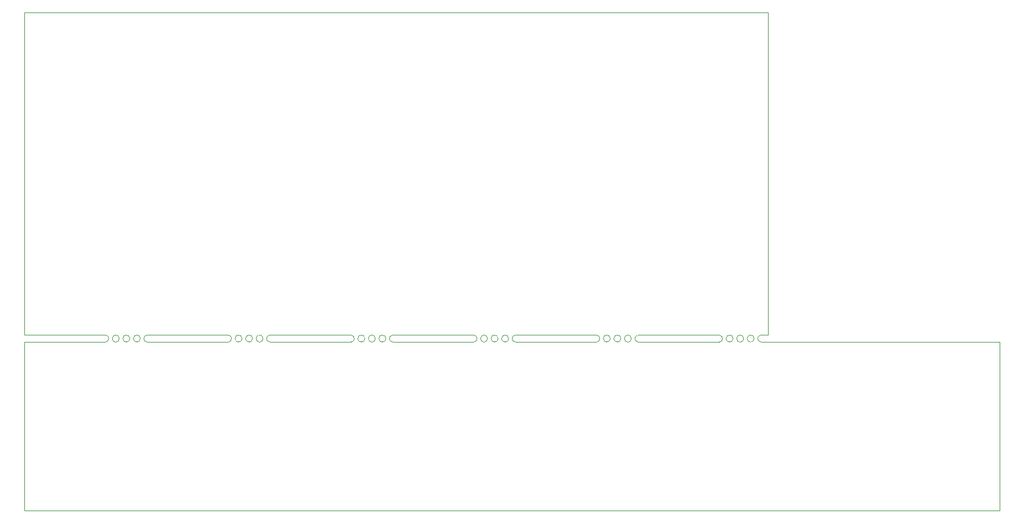
<source format=gbr>
%TF.GenerationSoftware,KiCad,Pcbnew,9.0.0-9.0.0-2~ubuntu24.04.1*%
%TF.CreationDate,2025-04-10T08:36:32-04:00*%
%TF.ProjectId,ECE2799_LED-Lamp,45434532-3739-4395-9f4c-45442d4c616d,0*%
%TF.SameCoordinates,Original*%
%TF.FileFunction,Profile,NP*%
%FSLAX46Y46*%
G04 Gerber Fmt 4.6, Leading zero omitted, Abs format (unit mm)*
G04 Created by KiCad (PCBNEW 9.0.0-9.0.0-2~ubuntu24.04.1) date 2025-04-10 08:36:32*
%MOMM*%
%LPD*%
G01*
G04 APERTURE LIST*
%TA.AperFunction,Profile*%
%ADD10C,0.050000*%
%TD*%
G04 APERTURE END LIST*
D10*
X180500000Y-130500000D02*
G75*
G02*
X179500000Y-130500000I-500000J0D01*
G01*
X179500000Y-130500000D02*
G75*
G02*
X180500000Y-130500000I500000J0D01*
G01*
X140500000Y-130000000D02*
G75*
G02*
X140500000Y-131000000I0J-500000D01*
G01*
X140500000Y-130000000D02*
X129000000Y-130000000D01*
X94000000Y-131000000D02*
X105500000Y-131000000D01*
X193000000Y-130000000D02*
G75*
G02*
X193000000Y-131000000I0J-500000D01*
G01*
X193000000Y-130000000D02*
X181500000Y-130000000D01*
X142500000Y-130500000D02*
G75*
G02*
X141500000Y-130500000I-500000J0D01*
G01*
X141500000Y-130500000D02*
G75*
G02*
X142500000Y-130500000I500000J0D01*
G01*
X105500000Y-130000000D02*
X94000000Y-130000000D01*
X164000000Y-131000000D02*
X175500000Y-131000000D01*
X94000000Y-84000000D02*
X200000000Y-84000000D01*
X181500000Y-131000000D02*
G75*
G02*
X181500000Y-130000000I0J500000D01*
G01*
X128000000Y-130500000D02*
G75*
G02*
X127000000Y-130500000I-500000J0D01*
G01*
X127000000Y-130500000D02*
G75*
G02*
X128000000Y-130500000I500000J0D01*
G01*
X146500000Y-131000000D02*
G75*
G02*
X146500000Y-130000000I0J500000D01*
G01*
X175500000Y-130000000D02*
X164000000Y-130000000D01*
X94000000Y-131000000D02*
X94000000Y-155000000D01*
X110500000Y-130500000D02*
G75*
G02*
X109500000Y-130500000I-500000J0D01*
G01*
X109500000Y-130500000D02*
G75*
G02*
X110500000Y-130500000I500000J0D01*
G01*
X233000000Y-155000000D02*
X233000000Y-131000000D01*
X125000000Y-130500000D02*
G75*
G02*
X124000000Y-130500000I-500000J0D01*
G01*
X124000000Y-130500000D02*
G75*
G02*
X125000000Y-130500000I500000J0D01*
G01*
X107500000Y-130500000D02*
G75*
G02*
X106500000Y-130500000I-500000J0D01*
G01*
X106500000Y-130500000D02*
G75*
G02*
X107500000Y-130500000I500000J0D01*
G01*
X163000000Y-130500000D02*
G75*
G02*
X162000000Y-130500000I-500000J0D01*
G01*
X162000000Y-130500000D02*
G75*
G02*
X163000000Y-130500000I500000J0D01*
G01*
X161500000Y-130500000D02*
G75*
G02*
X160500000Y-130500000I-500000J0D01*
G01*
X160500000Y-130500000D02*
G75*
G02*
X161500000Y-130500000I500000J0D01*
G01*
X175500000Y-130000000D02*
G75*
G02*
X175500000Y-131000000I0J-500000D01*
G01*
X160000000Y-130500000D02*
G75*
G02*
X159000000Y-130500000I-500000J0D01*
G01*
X159000000Y-130500000D02*
G75*
G02*
X160000000Y-130500000I500000J0D01*
G01*
X94000000Y-130000000D02*
X94000000Y-84000000D01*
X195000000Y-130500000D02*
G75*
G02*
X194000000Y-130500000I-500000J0D01*
G01*
X194000000Y-130500000D02*
G75*
G02*
X195000000Y-130500000I500000J0D01*
G01*
X196500000Y-130500000D02*
G75*
G02*
X195500000Y-130500000I-500000J0D01*
G01*
X195500000Y-130500000D02*
G75*
G02*
X196500000Y-130500000I500000J0D01*
G01*
X105500000Y-130000000D02*
G75*
G02*
X105500000Y-131000000I0J-500000D01*
G01*
X123000000Y-130000000D02*
G75*
G02*
X123000000Y-131000000I0J-500000D01*
G01*
X146500000Y-131000000D02*
X158000000Y-131000000D01*
X179000000Y-130500000D02*
G75*
G02*
X178000000Y-130500000I-500000J0D01*
G01*
X178000000Y-130500000D02*
G75*
G02*
X179000000Y-130500000I500000J0D01*
G01*
X145500000Y-130500000D02*
G75*
G02*
X144500000Y-130500000I-500000J0D01*
G01*
X144500000Y-130500000D02*
G75*
G02*
X145500000Y-130500000I500000J0D01*
G01*
X94000000Y-155000000D02*
X233000000Y-155000000D01*
X144000000Y-130500000D02*
G75*
G02*
X143000000Y-130500000I-500000J0D01*
G01*
X143000000Y-130500000D02*
G75*
G02*
X144000000Y-130500000I500000J0D01*
G01*
X164000000Y-131000000D02*
G75*
G02*
X164000000Y-130000000I0J500000D01*
G01*
X129000000Y-131000000D02*
X140500000Y-131000000D01*
X158000000Y-130000000D02*
G75*
G02*
X158000000Y-131000000I0J-500000D01*
G01*
X199000000Y-131000000D02*
G75*
G02*
X199000000Y-130000000I0J500000D01*
G01*
X111500000Y-131000000D02*
G75*
G02*
X111500000Y-130000000I0J500000D01*
G01*
X123000000Y-130000000D02*
X111500000Y-130000000D01*
X199000000Y-130000000D02*
X200000000Y-130000000D01*
X200000000Y-84000000D02*
X200000000Y-130000000D01*
X199000000Y-131000000D02*
X233000000Y-131000000D01*
X177500000Y-130500000D02*
G75*
G02*
X176500000Y-130500000I-500000J0D01*
G01*
X176500000Y-130500000D02*
G75*
G02*
X177500000Y-130500000I500000J0D01*
G01*
X158000000Y-130000000D02*
X146500000Y-130000000D01*
X181500000Y-131000000D02*
X193000000Y-131000000D01*
X129000000Y-131000000D02*
G75*
G02*
X129000000Y-130000000I0J500000D01*
G01*
X126500000Y-130500000D02*
G75*
G02*
X125500000Y-130500000I-500000J0D01*
G01*
X125500000Y-130500000D02*
G75*
G02*
X126500000Y-130500000I500000J0D01*
G01*
X109000000Y-130500000D02*
G75*
G02*
X108000000Y-130500000I-500000J0D01*
G01*
X108000000Y-130500000D02*
G75*
G02*
X109000000Y-130500000I500000J0D01*
G01*
X111500000Y-131000000D02*
X123000000Y-131000000D01*
X198000000Y-130500000D02*
G75*
G02*
X197000000Y-130500000I-500000J0D01*
G01*
X197000000Y-130500000D02*
G75*
G02*
X198000000Y-130500000I500000J0D01*
G01*
M02*

</source>
